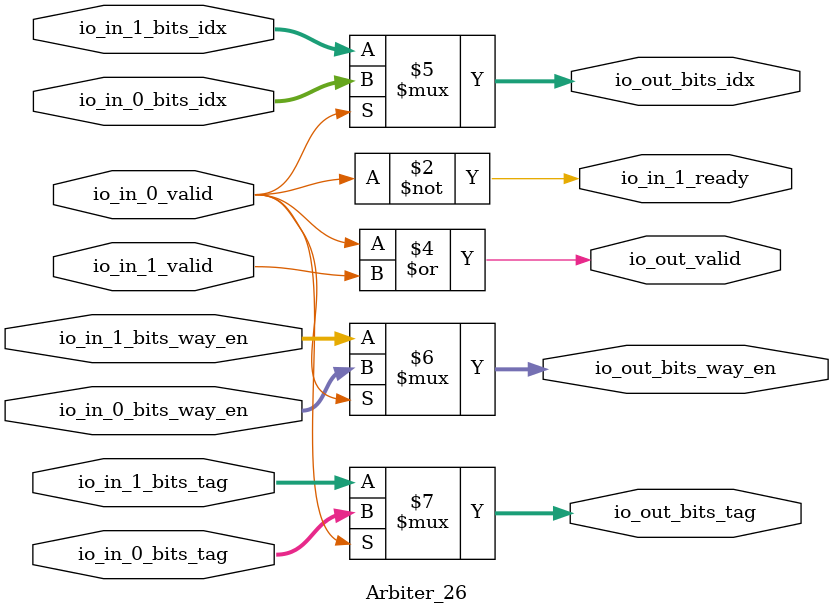
<source format=v>
module Arbiter_26(
  input         io_in_0_valid,
  input  [7:0]  io_in_0_bits_idx,
  input  [3:0]  io_in_0_bits_way_en,
  input  [23:0] io_in_0_bits_tag,
  output        io_in_1_ready,
  input         io_in_1_valid,
  input  [7:0]  io_in_1_bits_idx,
  input  [3:0]  io_in_1_bits_way_en,
  input  [23:0] io_in_1_bits_tag,
  output        io_out_valid,
  output [7:0]  io_out_bits_idx,
  output [3:0]  io_out_bits_way_en,
  output [23:0] io_out_bits_tag
);
  wire  grant_1 = ~io_in_0_valid; // @[Arbiter.scala 46:78]
  assign io_in_1_ready = ~io_in_0_valid; // @[Arbiter.scala 46:78]
  assign io_out_valid = ~grant_1 | io_in_1_valid; // @[Arbiter.scala 150:31]
  assign io_out_bits_idx = io_in_0_valid ? io_in_0_bits_idx : io_in_1_bits_idx; // @[Arbiter.scala 139:15 141:26 143:19]
  assign io_out_bits_way_en = io_in_0_valid ? io_in_0_bits_way_en : io_in_1_bits_way_en; // @[Arbiter.scala 139:15 141:26 143:19]
  assign io_out_bits_tag = io_in_0_valid ? io_in_0_bits_tag : io_in_1_bits_tag; // @[Arbiter.scala 139:15 141:26 143:19]
endmodule

</source>
